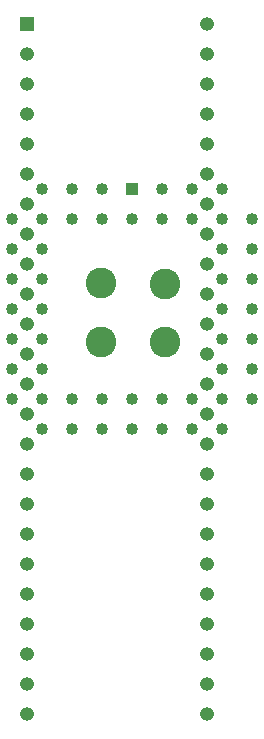
<source format=gts>
G04 #@! TF.GenerationSoftware,KiCad,Pcbnew,(5.1.6-0)*
G04 #@! TF.CreationDate,2023-03-04T21:55:24+01:00*
G04 #@! TF.ProjectId,PaulaAdapter,5061756c-6141-4646-9170-7465722e6b69,rev?*
G04 #@! TF.SameCoordinates,Original*
G04 #@! TF.FileFunction,Soldermask,Top*
G04 #@! TF.FilePolarity,Negative*
%FSLAX46Y46*%
G04 Gerber Fmt 4.6, Leading zero omitted, Abs format (unit mm)*
G04 Created by KiCad (PCBNEW (5.1.6-0)) date 2023-03-04 21:55:24*
%MOMM*%
%LPD*%
G01*
G04 APERTURE LIST*
%ADD10C,2.600000*%
%ADD11C,1.022400*%
%ADD12R,1.022400X1.022400*%
%ADD13O,1.200000X1.200000*%
%ADD14R,1.200000X1.200000*%
G04 APERTURE END LIST*
D10*
X35877500Y-57277000D03*
D11*
X48704500Y-46863000D03*
X48704500Y-49403000D03*
X48704500Y-51943000D03*
X48704500Y-54483000D03*
X48704500Y-57023000D03*
X48704500Y-59563000D03*
X46164500Y-44323000D03*
X46164500Y-49403000D03*
X46164500Y-51943000D03*
X46164500Y-54483000D03*
X46164500Y-57023000D03*
X46164500Y-59563000D03*
X46164500Y-62103000D03*
X46164500Y-64643000D03*
X43624500Y-64643000D03*
X41084500Y-64643000D03*
X38544500Y-64643000D03*
X36004500Y-64643000D03*
X33464500Y-64643000D03*
X30924500Y-64643000D03*
X48704500Y-62103000D03*
X43624500Y-62103000D03*
X41084500Y-62103000D03*
X38544500Y-62103000D03*
X36004500Y-62103000D03*
X33464500Y-62103000D03*
X30924500Y-62103000D03*
X28384500Y-62103000D03*
X28384500Y-59563000D03*
X28384500Y-57023000D03*
X28384500Y-54483000D03*
X28384500Y-51943000D03*
X28384500Y-49403000D03*
X28384500Y-46863000D03*
X30924500Y-59563000D03*
X30924500Y-57023000D03*
X30924500Y-54483000D03*
X30924500Y-51943000D03*
X30924500Y-49403000D03*
X30924500Y-46863000D03*
X43624500Y-44323000D03*
X41084500Y-44323000D03*
X30924500Y-44323000D03*
X33464500Y-44323000D03*
X36004500Y-44323000D03*
D12*
X38544500Y-44323000D03*
D11*
X46164500Y-46863000D03*
X43624500Y-46863000D03*
X41084500Y-46863000D03*
X33464500Y-46863000D03*
X36004500Y-46863000D03*
X38544500Y-46863000D03*
D13*
X44894500Y-30353000D03*
X29654500Y-88773000D03*
X44894500Y-32893000D03*
X29654500Y-86233000D03*
X44894500Y-35433000D03*
X29654500Y-83693000D03*
X44894500Y-37973000D03*
X29654500Y-81153000D03*
X44894500Y-40513000D03*
X29654500Y-78613000D03*
X44894500Y-43053000D03*
X29654500Y-76073000D03*
X44894500Y-45593000D03*
X29654500Y-73533000D03*
X44894500Y-48133000D03*
X29654500Y-70993000D03*
X44894500Y-50673000D03*
X29654500Y-68453000D03*
X44894500Y-53213000D03*
X29654500Y-65913000D03*
X44894500Y-55753000D03*
X29654500Y-63373000D03*
X44894500Y-58293000D03*
X29654500Y-60833000D03*
X44894500Y-60833000D03*
X29654500Y-58293000D03*
X44894500Y-63373000D03*
X29654500Y-55753000D03*
X44894500Y-65913000D03*
X29654500Y-53213000D03*
X44894500Y-68453000D03*
X29654500Y-50673000D03*
X44894500Y-70993000D03*
X29654500Y-48133000D03*
X44894500Y-73533000D03*
X29654500Y-45593000D03*
X44894500Y-76073000D03*
X29654500Y-43053000D03*
X44894500Y-78613000D03*
X29654500Y-40513000D03*
X44894500Y-81153000D03*
X29654500Y-37973000D03*
X44894500Y-83693000D03*
X29654500Y-35433000D03*
X44894500Y-86233000D03*
X29654500Y-32893000D03*
X44894500Y-88773000D03*
D14*
X29654500Y-30353000D03*
D10*
X35877500Y-52260500D03*
X41275000Y-57277000D03*
X41275000Y-52324000D03*
M02*

</source>
